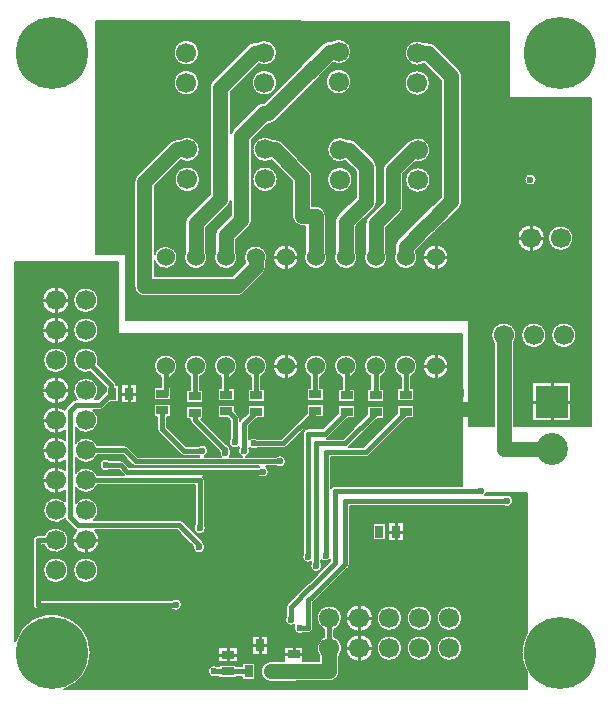
<source format=gbl>
G04 EasyPC Gerber Version 21.0.3 Build 4286 *
G04 #@! TF.Part,Single*
G04 #@! TF.FileFunction,Copper,L2,Bot *
G04 #@! TF.FilePolarity,Positive *
%FSLAX45Y45*%
%MOIN*%
G04 #@! TA.AperFunction,SMDPad*
%ADD73R,0.02559X0.03937*%
%ADD100R,0.02559X0.04134*%
G04 #@! TA.AperFunction,ComponentPad*
%ADD80R,0.10630X0.10630*%
G04 #@! TD.AperFunction*
%ADD22C,0.00500*%
%ADD25C,0.01000*%
%ADD120C,0.01500*%
G04 #@! TA.AperFunction,ViaPad*
%ADD84C,0.02362*%
G04 #@! TD.AperFunction*
%ADD88C,0.05000*%
G04 #@! TA.AperFunction,ViaPad*
%ADD87C,0.05600*%
G04 #@! TA.AperFunction,ComponentPad*
%ADD79C,0.06000*%
%ADD77C,0.06693*%
%ADD81C,0.10630*%
G04 #@! TA.AperFunction,WasherPad*
%ADD27C,0.24016*%
G04 #@! TA.AperFunction,SMDPad*
%ADD74R,0.03937X0.02559*%
X0Y0D02*
D02*
D22*
X26185Y104813D02*
Y99818D01*
G75*
G02X33490Y98945I3406J-2502*
G01*
X42375*
G75*
G02X42213Y99087I992J1293*
G01*
X40556Y100744*
X37525*
G75*
G02X34203Y102374I-1261J1630*
G01*
G75*
G02X37525Y104004I2061*
G01*
X41231*
G75*
G02X42385Y103526J-1630*
G01*
X44043Y101869*
X87285*
G75*
G02X87420Y101965I1261J-1628*
G01*
X46293*
G75*
G02X45139Y102444J1630*
G01*
X41898Y105685*
X33490*
G75*
G02X26185Y104813I-3900J1630*
G01*
G36*
Y99818*
G75*
G02X33490Y98945I3406J-2502*
G01*
X42375*
G75*
G02X42213Y99087I992J1293*
G01*
X40556Y100744*
X37525*
G75*
G02X34203Y102374I-1261J1630*
G01*
G75*
G02X37525Y104004I2061*
G01*
X41231*
G75*
G02X42385Y103526J-1630*
G01*
X44043Y101869*
X87285*
G75*
G02X87420Y101965I1261J-1628*
G01*
X46293*
G75*
G02X45139Y102444J1630*
G01*
X41898Y105685*
X33490*
G75*
G02X26185Y104813I-3900J1630*
G01*
G37*
X176785Y92975D02*
X163148D01*
G75*
G02X162598Y92252I-1875J857*
G01*
X168948*
G75*
G02X172035Y90465I1026J-1787*
G01*
G75*
G02X168948Y88678I-2061*
G01*
X117677*
Y69323*
G75*
G02X117146Y68052I-1787*
G01*
X106225Y57259*
X105472Y56506*
Y48103*
G75*
G02X103685Y46315I-1787*
G01*
X101985*
G75*
G02X99168Y49124I-1026J1787*
G01*
G75*
G02X96396Y52100I-1143J1715*
G01*
Y55239*
G75*
G02X96874Y56393I1630*
G01*
X103309Y62827*
G75*
G02X103891Y63202I1154J-1152*
G01*
X110972Y70284*
Y70780*
G75*
G02X108081Y70742I-1465J1450*
G01*
Y69986*
G75*
G02X108512Y68725I-1630J-1261*
G01*
G75*
G02X104390I-2061*
G01*
G75*
G02X104821Y69986I2061*
G01*
Y70104*
G75*
G02X101979Y72900I-1054J1770*
G01*
Y112886*
G75*
G02X103767Y114674I1787*
G01*
X108545*
X113671Y119800*
Y122290*
X119368*
Y117971*
X116898*
X110549Y111622*
G75*
G02X109930Y111219I-1264J1264*
G01*
X115313*
X123425Y119331*
Y122221*
X129122*
Y117902*
X126606*
X117226Y108522*
X122117*
X133465Y119886*
Y122369*
X139161*
Y118050*
X136683*
X124123Y105472*
G75*
G02X122857Y104947I-1265J1263*
G01*
X111295*
Y94804*
G75*
G02X112602Y95461I1307J-973*
G01*
X154915*
Y146154*
X40270*
Y170170*
X6104*
Y43850*
G75*
G02X31248Y39865I12256J-3986*
G01*
G75*
G02X22346Y27609I-12888J0*
G01*
X176785*
Y32997*
G75*
G02Y46732I10906J6868*
G01*
Y92975*
X125305Y83008D02*
X129624D01*
Y77311*
X125305*
Y83008*
X126565Y41353D02*
G75*
G02X135017I4226D01*
G01*
G75*
G02X126565I-4226*
G01*
Y51353D02*
G75*
G02X135017I4226D01*
G01*
G75*
G02X126565I-4226*
G01*
X130486Y83378D02*
X135545D01*
Y76941*
X130486*
Y83378*
X136565Y41353D02*
G75*
G02X145017I4226D01*
G01*
G75*
G02X136565I-4226*
G01*
Y51353D02*
G75*
G02X145017I4226D01*
G01*
G75*
G02X136565I-4226*
G01*
X146565Y41353D02*
G75*
G02X155017I4226D01*
G01*
G75*
G02X146565I-4226*
G01*
Y51353D02*
G75*
G02X155017I4226D01*
G01*
G75*
G02X146565I-4226*
G01*
X106565D02*
G75*
G02X115017I4226D01*
G01*
G75*
G02X112421Y47454I-4226*
G01*
Y45253*
G75*
G02X114171Y38816I-1630J-3900*
G01*
Y33713*
G75*
G02X110791Y30333I-3380*
G01*
X100235*
G75*
G02X98843Y30048I-1392J3252*
G01*
X91480*
G75*
G02X89524Y30638J3537*
G01*
X89321*
Y30783*
G75*
G02Y36387I2160J2802*
G01*
Y36532*
X89524*
G75*
G02X91480Y37122I1957J-2947*
G01*
X95624*
Y41794*
X102061*
Y37093*
X107411*
Y38816*
G75*
G02X109161Y45253I3380J2537*
G01*
Y47454*
G75*
G02X106565Y51353I1630J3900*
G01*
X116194Y41353D02*
G75*
G02X125387I4596D01*
G01*
G75*
G02X116194I-4596*
G01*
Y51353D02*
G75*
G02X125387I4596D01*
G01*
G75*
G02X116194I-4596*
G01*
X41467Y129459D02*
X46526D01*
Y123022*
X41467*
Y129459*
X103199Y122654D02*
X108896D01*
Y118335*
X106459*
X96552Y108428*
G75*
G02X95398Y107949I-1154J1151*
G01*
X86824*
G75*
G02X84131Y108096I-1261J1630*
G01*
G75*
G02X83072Y105225I-1825J-958*
G01*
X93026*
G75*
G02X96348Y103595I1261J-1630*
G01*
G75*
G02X93026Y101965I-2061*
G01*
X89672*
G75*
G02X90607Y100239I-1126J-1726*
G01*
G75*
G02X87285Y98609I-2061*
G01*
X68571*
G75*
G02X69209Y97315I-992J-1293*
G01*
Y82585*
G75*
G02X69640Y81323I-1630J-1261*
G01*
G75*
G02X65518I-2061*
G01*
G75*
G02X65949Y82585I2061*
G01*
Y95685*
X33490*
G75*
G02X26185Y94813I-3900J1630*
G01*
Y89818*
G75*
G02X33817Y87315I3406J-2502*
G01*
G75*
G02X32437Y84191I-4226*
G01*
X60660*
G75*
G02X61927Y83668I3J-1787*
G01*
X65518Y80077*
G75*
G02X65525Y80070I-1040J-1047*
G01*
X68590Y76986*
G75*
G02X69081Y76055I-1266J-1263*
G01*
G75*
G02X69386Y74975I-1756J-1079*
G01*
G75*
G02X65262I-2062*
G01*
G75*
G02X65280Y75245I2063J0*
G01*
X62990Y77550*
X59923Y80617*
X32789*
G75*
G02X29591Y72719I-3198J-3301*
G01*
G75*
G02X26457Y80678J4596*
G01*
G75*
G02X25656Y81142I465J1726*
G01*
X23135Y83662*
G75*
G02X22680Y84431I1262J1266*
G01*
G75*
G02X15364Y87315I-3090J2884*
G01*
G75*
G02X22610Y90273I4226*
G01*
Y93850*
G75*
G02X14994Y97315I-3019J3466*
G01*
G75*
G02X22610Y100781I4596*
G01*
Y103850*
G75*
G02X14994Y107315I-3019J3466*
G01*
G75*
G02X22610Y110781I4596*
G01*
Y113850*
G75*
G02X14994Y117315I-3019J3466*
G01*
G75*
G02X22624Y120769I4596*
G01*
G75*
G02X23133Y121809I1773J-224*
G01*
X25130Y123806*
G75*
G02X26397Y124329I1264J-1264*
G01*
X26600*
G75*
G02X29591Y131542I2991J2986*
G01*
G75*
G02X32581Y124329J-4226*
G01*
X33635*
X36238Y126932*
Y128219*
X31092Y133365*
G75*
G02X25364Y137315I-1502J3951*
G01*
G75*
G02X33817I4226*
G01*
G75*
G02X33583Y135929I-4227J0*
G01*
X39289Y130223*
G75*
G02X39808Y129089I-1264J-1264*
G01*
X40604*
Y123392*
X37754*
X35642Y121280*
G75*
G02X34376Y120754I-1266J1262*
G01*
X32047*
G75*
G02X29591Y113089I-2457J-3439*
G01*
G75*
G02X26185Y114813J4226*
G01*
Y109818*
G75*
G02X33490Y108945I3406J-2503*
G01*
X42573*
G75*
G02X43727Y108467J-1630*
G01*
X46969Y105225*
X67483*
G75*
G02X67079Y105469I858J1874*
G01*
X62233*
G75*
G02X61079Y105948J1630*
G01*
X53872Y113154*
G75*
G02X53394Y114308I1151J1154*
G01*
Y118522*
X52175*
Y122841*
X57872*
Y118522*
X56654*
Y114983*
X62908Y108729*
X67079*
G75*
G02X70402Y107099I1261J-1630*
G01*
G75*
G02X69198Y105225I-2061*
G01*
X74548*
G75*
G02X74114Y107071I1565J1342*
G01*
X64837Y116348*
G75*
G02X64358Y117502I1151J1154*
G01*
Y117636*
X63140*
Y121955*
X68837*
Y117636*
X68159*
X76392Y109403*
G75*
G02X77742Y107832I-280J-1606*
G01*
G75*
G02X77678Y105225I-1628J-1265*
G01*
X81540*
G75*
G02X80519Y108164I766J1913*
G01*
Y108319*
G75*
G02X77633Y111215I-1256J1635*
G01*
Y117270*
X76755Y118148*
X73563*
Y122467*
X79260*
Y120254*
X80414Y119099*
G75*
G02X80893Y117945I-1151J-1154*
G01*
Y117229*
G75*
G02X81042Y117398I1414J-1096*
G01*
X83514Y119870*
Y122300*
X89211*
Y117981*
X86680*
X84093Y115394*
Y111025*
G75*
G02X86824Y111209I1469J-1446*
G01*
X94722*
X103199Y119685*
Y122654*
X81762Y36532D02*
X86081D01*
Y30638*
X81762*
Y31798*
X79821*
Y31455*
X74124*
Y31850*
X73422*
G75*
G02X70335Y33637I-1026J1787*
G01*
G75*
G02X73422Y35424I2061*
G01*
X74124*
Y35774*
X79821*
Y35372*
X81762*
Y36532*
X73754Y41695D02*
X80191D01*
Y36636*
X73754*
Y41695*
X85171Y45563D02*
X90230D01*
Y38930*
X85171*
Y45563*
X25364Y67315D02*
G75*
G02X33817I4226D01*
G01*
G75*
G02X25364I-4226*
G01*
X52325Y135317D02*
G75*
G02X60085I3880D01*
G01*
G75*
G02X57835Y131796I-3880*
G01*
Y128392*
X57872*
Y124073*
X52175*
Y128392*
X54575*
Y131796*
G75*
G02X52325Y135317I1630J3521*
G01*
X62325D02*
G75*
G02X70085I3880D01*
G01*
G75*
G02X67618Y131704I-3880*
G01*
Y127506*
X68837*
Y123187*
X63140*
Y127506*
X64358*
Y131905*
G75*
G02X62325Y135317I1846J3412*
G01*
X72325D02*
G75*
G02X80085I3880D01*
G01*
G75*
G02X77835Y131796I-3880*
G01*
Y128018*
X79260*
Y123699*
X73563*
Y128018*
X74575*
Y131796*
G75*
G02X72325Y135317I1630J3521*
G01*
X82325D02*
G75*
G02X90085I3880D01*
G01*
G75*
G02X88150Y131960I-3880*
G01*
Y127851*
X89211*
Y123532*
X83514*
Y127851*
X84575*
Y131796*
G75*
G02X82325Y135317I1630J3521*
G01*
X91955D02*
G75*
G02X100455I4250D01*
G01*
G75*
G02X91955I-4250*
G01*
X102325D02*
G75*
G02X110085I3880D01*
G01*
G75*
G02X107835Y131796I-3880*
G01*
Y128205*
X108896*
Y123886*
X103199*
Y128205*
X104260*
Y131960*
G75*
G02X102325Y135317I1945J3357*
G01*
X112325D02*
G75*
G02X120085I3880D01*
G01*
G75*
G02X118150Y131960I-3880*
G01*
Y127841*
X119368*
Y123522*
X113671*
Y127841*
X114890*
Y131667*
G75*
G02X112325Y135317I1315J3650*
G01*
X122325D02*
G75*
G02X130085I3880D01*
G01*
G75*
G02X128061Y131910I-3880*
G01*
Y127772*
X129122*
Y123453*
X123425*
Y127772*
X124486*
Y131839*
G75*
G02X122325Y135317I1719J3479*
G01*
X132325D02*
G75*
G02X140085I3880D01*
G01*
G75*
G02X138100Y131932I-3880*
G01*
Y127920*
X139161*
Y123601*
X133465*
Y127920*
X134526*
Y131820*
G75*
G02X132325Y135317I1679J3498*
G01*
X141955D02*
G75*
G02X150455I4250D01*
G01*
G75*
G02X141955I-4250*
G01*
X58309Y57508D02*
G75*
G02X61632Y55878I1261J-1630D01*
G01*
G75*
G02X58309Y54248I-2061*
G01*
X13508*
G75*
G02X11878Y55878J1630*
G01*
Y77315*
G75*
G02X13508Y78945I1630*
G01*
X15691*
G75*
G02X23817Y77315I3900J-1630*
G01*
G75*
G02X15691Y75685I-4226*
G01*
X15138*
Y57508*
X58309*
X15364Y67315D02*
G75*
G02X23817I4226D01*
G01*
G75*
G02X15364I-4226*
G01*
X14994Y127315D02*
G75*
G02X24187I4596D01*
G01*
G75*
G02X14994I-4596*
G01*
Y147315D02*
G75*
G02X24187I4596D01*
G01*
G75*
G02X14994I-4596*
G01*
X15364Y137315D02*
G75*
G02X23817I4226D01*
G01*
G75*
G02X15364I-4226*
G01*
X14994Y157315D02*
G75*
G02X24187I4596D01*
G01*
G75*
G02X14994I-4596*
G01*
X25364Y147315D02*
G75*
G02X33817I4226D01*
G01*
G75*
G02X25364I-4226*
G01*
Y157315D02*
G75*
G02X33817I4226D01*
G01*
G75*
G02X25364I-4226*
G01*
X176437Y33585D02*
G36*
X114169D01*
G75*
G02X110791Y30333I-3378J128*
G01*
X100235*
G75*
G02X98843Y30048I-1392J3249*
G01*
X91480*
G75*
G02X89524Y30638I-1J3535*
G01*
X89321*
Y30783*
G75*
G02X87943Y33585I2159J2802*
G01*
X86081*
Y30638*
X81762*
Y31798*
X79821*
Y31455*
X74124*
Y31850*
X73422*
G75*
G02X70335Y33585I-1026J1787*
G01*
X29615*
G75*
G02X23046Y27859I-11254J6280*
G01*
X176535*
Y33411*
G75*
G02X176437Y33585I11153J6448*
G01*
G37*
X174889Y41353D02*
G36*
X155017D01*
G75*
G02X146565I-4226*
G01*
X145017*
G75*
G02X136565I-4226*
G01*
X135017*
G75*
G02X126565I-4226*
G01*
X125387*
G75*
G02X116194I-4596*
G01*
X115017*
G75*
G02X114171Y38816I-4226*
G01*
Y33713*
G75*
G02X114169Y33585I-3381J-2*
G01*
X176437*
G75*
G02X174803Y39865I11255J6280*
G01*
G75*
G02X174889Y41353I12889J0*
G01*
G37*
X87943Y33585D02*
G36*
Y33585D01*
G75*
G02X89321Y36387I3537*
G01*
Y36532*
X89524*
G75*
G02X91480Y37122I1956J-2944*
G01*
X95624*
Y41353*
X90230*
Y38930*
X85171*
Y41353*
X80191*
Y36636*
X73754*
Y41353*
X31162*
G75*
G02X31248Y39865I-12803J-1488*
G01*
G75*
G02X29615Y33585I-12888J0*
G01*
X70335*
G75*
G02X70335Y33637I2061J57*
G01*
G75*
G02X73422Y35424I2061J0*
G01*
X74124*
Y35774*
X79821*
Y35372*
X81762*
Y36532*
X86081*
Y33585*
X87943*
G37*
X106565Y41353D02*
G36*
X102061D01*
Y37093*
X107411*
Y38816*
G75*
G02X106565Y41353I3380J2537*
G01*
G37*
X12520Y51353D02*
G36*
X6354D01*
Y44550*
G75*
G02X12520Y51353I12006J-4686*
G01*
G37*
X106565Y41353D02*
G36*
G75*
G02X109161Y45253I4226D01*
G01*
Y47454*
G75*
G02X106565Y51353I1631J3900*
G01*
X105472*
Y48103*
G75*
G02X103685Y46315I-1787*
G01*
X101985*
G75*
G02X98898Y48103I-1026J1787*
G01*
G75*
G02X99168Y49124I2061*
G01*
G75*
G02X95965Y50839I-1143J1715*
G01*
G75*
G02X96030Y51353I2061J1*
G01*
X24200*
G75*
G02X31162Y41353I-5840J-11489*
G01*
X73754*
Y41695*
X80191*
Y41353*
X85171*
Y45563*
X90230*
Y41353*
X95624*
Y41794*
X102061*
Y41353*
X106565*
G37*
X176535Y46318D02*
G36*
Y51353D01*
X155017*
G75*
G02X146565I-4226*
G01*
X145017*
G75*
G02X136565I-4226*
G01*
X135017*
G75*
G02X126565I-4226*
G01*
X125387*
G75*
G02X116194I-4596*
G01*
X115017*
G75*
G02Y51352I-5013J0*
G01*
G75*
G02X112421Y47454I-4226*
G01*
Y45253*
G75*
G02X115017Y41353I-1630J-3900*
G01*
X116194*
G75*
G02X125387I4596*
G01*
X126565*
G75*
G02X135017I4226*
G01*
X136565*
G75*
G02X145017I4226*
G01*
X146565*
G75*
G02X155017I4226*
G01*
X174889*
G75*
G02X176535Y46318I12802J-1489*
G01*
G37*
X108004Y67315D02*
G36*
X107955D01*
G75*
G02X104947I-1504J1409*
G01*
X33817*
G75*
G02X25364I-4226*
G01*
X23817*
G75*
G02X15364I-4226*
G01*
X15138*
Y57508*
X58309*
G75*
G02X61632Y55878I1261J-1630*
G01*
G75*
G02X58309Y54248I-2061*
G01*
X13508*
G75*
G02X11878Y55878J1630*
G01*
Y67315*
X6354*
Y51353*
X12520*
G75*
G02X24200I5840J-11489*
G01*
X96030*
G75*
G02X96396Y52100I1996J-515*
G01*
Y55239*
Y55239*
G75*
G02X96874Y56393I1629*
G01*
X103309Y62827*
G75*
G02X103891Y63202I1154J-1151*
G01*
X108004Y67315*
G37*
X116401D02*
G36*
X106225Y57259D01*
X105472Y56506*
Y51353*
X106565*
G75*
G02X115017I4226*
G01*
X116194*
G75*
G02X125387I4596*
G01*
X126565*
G75*
G02X135017I4226*
G01*
X136565*
G75*
G02X145017I4226*
G01*
X146565*
G75*
G02X155017I4226*
G01*
X176535*
Y67315*
X116401*
G37*
X16465Y80160D02*
G36*
X6354D01*
Y67315*
X11878*
Y77315*
G75*
G02X13508Y78945I1630*
G01*
X15691*
G75*
G02X16465Y80160I3900J-1630*
G01*
G37*
X101979D02*
G36*
X69280D01*
G75*
G02X65878I-1701J1163*
G01*
X65435*
X65518Y80077*
X65525Y80070*
X68590Y76986*
G75*
G02X69081Y76055I-1271J-1265*
G01*
G75*
G02X69386Y74977I-1752J-1078*
G01*
G75*
G02Y74975I-2148J-1*
G01*
G75*
G02X65262I-2062*
G01*
G75*
G02Y74978I1961J2*
G01*
G75*
G02X65280Y75245I2019*
G01*
X62990Y77550*
X60380Y80160*
X33201*
G75*
G02X34187Y77315I-3611J-2844*
G01*
G75*
G02X29591Y72719I-4596*
G01*
G75*
G02X24994Y77315J4596*
G01*
G75*
G02X25980Y80160I4597*
G01*
X22717*
G75*
G02X23817Y77316I-3126J-2844*
G01*
Y77315*
Y77315*
G75*
G02X15691Y75685I-4226*
G01*
X15138*
Y67315*
X15364*
G75*
G02X23817I4226*
G01*
X25364*
G75*
G02X33817I4226*
G01*
X104947*
G75*
G02X104390Y68725I1504J1409*
G01*
G75*
G02Y68726I2374J0*
G01*
G75*
G02X104821Y69986I2059*
G01*
Y70104*
G75*
G02X101706Y71874I-1054J1771*
G01*
G75*
G02X101979Y72900I2061*
G01*
Y80160*
G37*
X108004Y67315D02*
G36*
X110972Y70284D01*
Y70780*
G75*
G02X108081Y70742I-1465J1450*
G01*
Y69986*
G75*
G02X108512Y68726I-1628J-1261*
G01*
G75*
G02Y68725I-2374J0*
G01*
G75*
G02X107955Y67315I-2061J0*
G01*
X108004*
G37*
X135545Y80160D02*
G36*
Y76941D01*
X130486*
Y80160*
X129624*
Y77311*
X125305*
Y80160*
X117677*
Y69323*
G75*
G02X117146Y68052I-1787*
G01*
X116401Y67315*
X176535*
Y80160*
X135545*
G37*
X25503Y126241D02*
G36*
X24059D01*
G75*
G02X15122I-4469J1075*
G01*
X6354*
Y80160*
X16465*
G75*
G02X22717I3126J-2844*
G01*
X25980*
G75*
G02X26457Y80678I3611J-2844*
G01*
G75*
G02X25656Y81142I463J1723*
G01*
X23135Y83662*
G75*
G02X22680Y84431I1265J1268*
G01*
G75*
G02X15364Y87315I-3090J2884*
G01*
G75*
G02X22610Y90273I4226*
G01*
Y93850*
G75*
G02X14994Y97315I-3019J3466*
G01*
G75*
G02X22610Y100781I4596*
G01*
Y103850*
G75*
G02X14994Y107315I-3019J3466*
G01*
G75*
G02X22610Y110781I4596*
G01*
Y113850*
G75*
G02X14994Y117315I-3019J3466*
G01*
G75*
G02X22624Y120769I4597J0*
G01*
G75*
G02X23133Y121809I1772J-224*
G01*
X25130Y123806*
G75*
G02X26397Y124329I1263J-1262*
G01*
X26600*
G75*
G02X25503Y126241I2991J2986*
G01*
G37*
X176535Y92975D02*
G36*
X163148D01*
G75*
G02X162598Y92252I-1876J857*
G01*
X168948*
G75*
G02X172035Y90465I1026J-1788*
G01*
G75*
G02X168948Y88678I-2061J0*
G01*
X117677*
Y80160*
X125305*
Y83008*
X129624*
Y80160*
X130486*
Y83378*
X135545*
Y80160*
X176535*
Y92975*
G37*
X35547Y126241D02*
G36*
X33678D01*
G75*
G02X32581Y124329I-4088J1075*
G01*
X33635*
X35547Y126241*
G37*
X60380Y80160D02*
G36*
X59923Y80617D01*
X32789*
G75*
G02X33201Y80160I-3199J-3302*
G01*
X60380*
G37*
X65878D02*
G36*
G75*
G02X65518Y81323I1701J1163D01*
G01*
G75*
G02Y81324I2374J0*
G01*
G75*
G02X65949Y82585I2059*
G01*
Y95685*
X33490*
G75*
G02X26185Y94813I-3900J1630*
G01*
Y89818*
G75*
G02X33817Y87315I3406J-2502*
G01*
Y87315*
G75*
G02X32437Y84191I-4226*
G01*
X60660*
G75*
G02X61927Y83668I4J-1786*
G01*
X65435Y80160*
X65878*
G37*
X154915Y126241D02*
G36*
X139161D01*
Y123601*
X133465*
Y126241*
X129122*
Y123453*
X123425*
Y126241*
X119368*
Y123522*
X113671*
Y126241*
X108896*
Y123886*
X103199*
Y126241*
X89211*
Y123532*
X83514*
Y126241*
X79260*
Y123699*
X73563*
Y126241*
X68837*
Y123187*
X63140*
Y126241*
X57872*
Y124073*
X52175*
Y126241*
X46526*
Y123022*
X41467*
Y126241*
X40604*
Y123392*
X37754*
X35642Y121280*
G75*
G02X34376Y120754I-1266J1262*
G01*
X32047*
G75*
G02X33817Y117315I-2457J-3439*
G01*
G75*
G02X29591Y113089I-4226*
G01*
G75*
G02X26185Y114813J4226*
G01*
Y109818*
G75*
G02X33490Y108945I3406J-2503*
G01*
X42573*
G75*
G02X43727Y108467I0J-1629*
G01*
X46969Y105225*
X67483*
G75*
G02X67079Y105469I874J1900*
G01*
X62233*
G75*
G02X61079Y105948I0J1629*
G01*
X53872Y113154*
G75*
G02X53394Y114308I1150J1154*
G01*
Y114308*
Y118522*
X52175*
Y122841*
X57872*
Y118522*
X56654*
Y114983*
X62908Y108729*
X67079*
G75*
G02X70402Y107099I1261J-1630*
G01*
G75*
G02X69198Y105225I-2062J0*
G01*
X74548*
G75*
G02X74052Y106567I1565J1342*
G01*
G75*
G02X74114Y107071I2063*
G01*
X64837Y116348*
G75*
G02X64358Y117502I1150J1154*
G01*
Y117502*
Y117636*
X63140*
Y121955*
X68837*
Y117636*
X68159*
X76392Y109403*
G75*
G02X77742Y107832I-280J-1606*
G01*
G75*
G02X78175Y106567I-1629J-1265*
G01*
G75*
G02X77678Y105225I-2063*
G01*
X81540*
G75*
G02X80245Y107138I766J1913*
G01*
G75*
G02X80519Y108164I2061*
G01*
Y108319*
G75*
G02X77202Y109953I-1256J1635*
G01*
G75*
G02X77633Y111215I2061*
G01*
Y117270*
X76755Y118148*
X73563*
Y122467*
X79260*
Y120254*
X80414Y119099*
G75*
G02X80893Y117946I-1150J-1154*
G01*
Y117945*
Y117229*
G75*
G02X81042Y117398I1445J-1123*
G01*
X83514Y119870*
Y122300*
X89211*
Y117981*
X86680*
X84093Y115394*
Y111025*
G75*
G02X86824Y111209I1469J-1446*
G01*
X94722*
X103199Y119685*
Y122654*
X108896*
Y118335*
X106459*
X96552Y108428*
G75*
G02X95398Y107949I-1154J1150*
G01*
X86824*
G75*
G02X84131Y108096I-1261J1630*
G01*
G75*
G02X84367Y107138I-1825J-958*
G01*
G75*
G02X83072Y105225I-2061*
G01*
X93026*
G75*
G02X96348Y103595I1261J-1630*
G01*
G75*
G02X93026Y101965I-2061*
G01*
X89672*
G75*
G02X90607Y100239I-1127J-1727*
G01*
G75*
G02X87285Y98609I-2061*
G01*
X68571*
G75*
G02X69209Y97315I-993J-1294*
G01*
Y82585*
G75*
G02X69640Y81324I-1628J-1261*
G01*
G75*
G02Y81323I-2374J0*
G01*
G75*
G02X69280Y80160I-2061*
G01*
X101979*
Y112886*
G75*
G02X103767Y114674I1787*
G01*
X108545*
X113671Y119800*
Y122290*
X119368*
Y117971*
X116898*
X110549Y111622*
G75*
G02X109930Y111219I-1260J1257*
G01*
X115313*
X123425Y119331*
Y122221*
X129122*
Y117902*
X126606*
X117226Y108522*
X122117*
X133465Y119886*
Y122369*
X139161*
Y118050*
X136683*
X124123Y105472*
G75*
G02X122857Y104947I-1264J1262*
G01*
X111295*
Y94804*
G75*
G02X112602Y95461I1307J-972*
G01*
X154915*
Y126241*
G37*
X35547D02*
G36*
X36238Y126932D01*
Y128219*
X31092Y133365*
G75*
G02X25866Y135317I-1502J3951*
G01*
X23315*
G75*
G02X15866I-3724J1998*
G01*
X6354*
Y126241*
X15122*
G75*
G02X14994Y127315I4469J1075*
G01*
G75*
G02X24187I4596*
G01*
G75*
G02X24059Y126241I-4597J0*
G01*
X25503*
G75*
G02X25364Y127315I4088J1075*
G01*
G75*
G02X29591Y131542I4226*
G01*
G75*
G02X33817Y127315J-4226*
G01*
G75*
G02X33678Y126241I-4227J0*
G01*
X35547*
G37*
X52325Y135317D02*
G36*
X34195D01*
X39289Y130223*
G75*
G02X39808Y129089I-1265J-1264*
G01*
X40604*
Y126241*
X41467*
Y129459*
X46526*
Y126241*
X52175*
Y128392*
X54575*
Y131796*
G75*
G02X52325Y135317I1630J3521*
G01*
G37*
X62325D02*
G36*
X60085D01*
G75*
G02X57835Y131796I-3881J1*
G01*
Y128392*
X57872*
Y126241*
X63140*
Y127506*
X64358*
Y131905*
G75*
G02X62325Y135317I1845J3412*
G01*
Y135317*
G37*
X72325D02*
G36*
X70085D01*
G75*
G02X67618Y131704I-3881J1*
G01*
Y127506*
X68837*
Y126241*
X73563*
Y128018*
X74575*
Y131796*
G75*
G02X72325Y135317I1630J3521*
G01*
G37*
X82325D02*
G36*
X80085D01*
G75*
G02X77835Y131796I-3881J1*
G01*
Y128018*
X79260*
Y126241*
X83514*
Y127851*
X84575*
Y131796*
G75*
G02X82325Y135317I1630J3521*
G01*
G37*
X102325D02*
G36*
X100455D01*
G75*
G02X91955I-4250*
G01*
X90085*
G75*
G02X88150Y131960I-3880J0*
G01*
Y127851*
X89211*
Y126241*
X103199*
Y128205*
X104260*
Y131960*
G75*
G02X102325Y135317I1945J3357*
G01*
G37*
X112325D02*
G36*
X110085D01*
G75*
G02X107835Y131796I-3881J1*
G01*
Y128205*
X108896*
Y126241*
X113671*
Y127841*
X114890*
Y131667*
G75*
G02X112325Y135317I1316J3651*
G01*
G37*
X122325D02*
G36*
X120085D01*
G75*
G02X118150Y131960I-3880J0*
G01*
Y127841*
X119368*
Y126241*
X123425*
Y127772*
X124486*
Y131839*
G75*
G02X122325Y135317I1719J3479*
G01*
G37*
X132325D02*
G36*
X130085D01*
G75*
G02X128061Y131910I-3880*
G01*
Y127772*
X129122*
Y126241*
X133465*
Y127920*
X134526*
Y131820*
G75*
G02X132325Y135317I1680J3498*
G01*
G37*
X154915D02*
G36*
X150455D01*
G75*
G02X141955I-4250*
G01*
X140085*
G75*
G02X138100Y131932I-3880*
G01*
Y127920*
X139161*
Y126241*
X154915*
Y135317*
G37*
X140085D02*
G36*
X141955D01*
G75*
G02X150455I4250*
G01*
X154915*
Y146154*
X40270*
Y147315*
X33817*
G75*
G02X25364I-4226*
G01*
X24187*
G75*
G02X14994I-4596*
G01*
X6354*
Y135317*
X15866*
G75*
G02X15364Y137315I3724J1998*
G01*
G75*
G02X23817I4226*
G01*
G75*
G02X23315Y135317I-4226J0*
G01*
X25866*
G75*
G02X25364Y137315I3724J1998*
G01*
G75*
G02X33817I4226*
G01*
G75*
G02X33583Y135929I-4240J2*
G01*
X34195Y135317*
X52325*
G75*
G02X60085I3880*
G01*
X62325*
G75*
G02X70085I3880*
G01*
X72325*
G75*
G02X80085I3880*
G01*
X82325*
G75*
G02X90085I3880*
G01*
X91955*
G75*
G02X100455I4250*
G01*
X102325*
G75*
G02X110085I3880*
G01*
X112325*
G75*
G02X120085I3880*
G01*
X122325*
G75*
G02X130085I3880*
G01*
X132325*
G75*
G02X140085I3880*
G01*
G37*
X40270Y157315D02*
G36*
X33817D01*
G75*
G02X25364I-4226*
G01*
X24187*
G75*
G02X14994I-4596*
G01*
X6354*
Y147315*
X14994*
G75*
G02X24187I4596*
G01*
X25364*
G75*
G02X33817I4226*
G01*
X40270*
Y157315*
G37*
Y169920D02*
G36*
X6354D01*
Y157315*
X14994*
G75*
G02X24187I4596*
G01*
X25364*
G75*
G02X33817I4226*
G01*
X40270*
Y169920*
G37*
X198085Y224766D02*
X170634D01*
Y250219*
X32839Y250504*
Y172739*
X42848*
Y150731*
X157199*
Y115504*
X165551*
Y143085*
G75*
G02X164705Y145622I3380J2537*
G01*
G75*
G02X173157I4226*
G01*
G75*
G02X172311Y143085I-4226*
G01*
Y115504*
X198085*
Y224766*
X173449Y178024D02*
G75*
G02X182642I4596D01*
G01*
G75*
G02X173449I-4596*
G01*
X174705Y145622D02*
G75*
G02X183157I4226D01*
G01*
G75*
G02X174705I-4226*
G01*
X178341Y130061D02*
X191470D01*
Y116931*
X178341*
Y130061*
X175748Y197542D02*
G75*
G02X179870I2061D01*
G01*
G75*
G02X175748I-2061*
G01*
X183661Y178024D02*
G75*
G02X192114I4226D01*
G01*
G75*
G02X183661I-4226*
G01*
X184705Y145622D02*
G75*
G02X193157I4226D01*
G01*
G75*
G02X184705I-4226*
G01*
X82325Y171617D02*
G75*
G02X90085I3880D01*
G01*
G75*
G02X89585Y169711I-3880*
G01*
Y168359*
G75*
G02X88593Y165967I-3380*
G01*
X82258Y159632*
G75*
G02X79866Y158640I-2392J2388*
G01*
X49138*
G75*
G02X45758Y162020J3380*
G01*
Y196754*
G75*
G02X46750Y199146I3380*
G01*
X57592Y209989*
G75*
G02X59984Y210980I2392J-2388*
G01*
X60892*
G75*
G02X67656Y207600I2537J-3380*
G01*
G75*
G02X61183Y204020I-4226*
G01*
X52518Y195354*
Y172825*
G75*
G02X60085Y171617I3687J-1208*
G01*
G75*
G02X52518Y170408I-3880*
G01*
Y165400*
X78466*
X82808Y169742*
G75*
G02X82325Y171617I3397J1875*
G01*
X59203Y197600D02*
G75*
G02X67656I4226D01*
G01*
G75*
G02X59203I-4226*
G01*
X111549Y243763D02*
G75*
G02X118089Y240226I2313J-3537D01*
G01*
G75*
G02X112089Y236389I-4226J0*
G01*
X101683Y225862*
G75*
G02X101665Y225843I-2800J2723*
G01*
X92951Y217130*
G75*
G02X90447Y216091I-2504J2498*
G01*
X90347*
X84978Y210722*
Y184180*
G75*
G02Y184177I-1420J-2*
G01*
G75*
G02Y184176I-1471J0*
G01*
G75*
G02X83942Y181674I-3537J0*
G01*
X79742Y177474*
Y173211*
G75*
G02X80085Y171617I-3538J-1594*
G01*
G75*
G02X72325I-3880*
G01*
G75*
G02X72667Y173211I3880*
G01*
Y179176*
G75*
G02X74581Y182319I3537*
G01*
X77904Y185641*
Y190450*
G75*
G02X76929Y188667I-3461J733*
G01*
X69742Y181557*
Y173211*
G75*
G02X70085Y171617I-3538J-1594*
G01*
G75*
G02X62325I-3880*
G01*
G75*
G02X62667Y173211I3880*
G01*
Y183034*
G75*
G02X63719Y185550I3537J0*
G01*
X70906Y192660*
Y228211*
G75*
G02X71944Y230715I3537*
G01*
X83579Y242350*
G75*
G02X86083Y243389I2504J-2498*
G01*
X86843*
G75*
G02X93382Y239851I2313J-3537*
G01*
G75*
G02X87292Y236058I-4226*
G01*
X77980Y226746*
Y212920*
G75*
G02X78943Y214692I3461J-733*
G01*
X86378Y222127*
G75*
G02X88882Y223166I2504J-2498*
G01*
X88981*
X96658Y230842*
X108391Y242712*
G75*
G02X110910Y243763I2516J-2487*
G01*
X111549*
X84929Y229851D02*
G75*
G02X93382I4226D01*
G01*
G75*
G02X84929I-4226*
G01*
X109636Y230226D02*
G75*
G02X118089I4226D01*
G01*
G75*
G02X109636I-4226*
G01*
X110030Y197519D02*
G75*
G02X118482I4226D01*
G01*
G75*
G02X110030I-4226*
G01*
X125544Y204249D02*
G75*
G02X126583Y201744I-2498J-2504D01*
G01*
Y190180*
G75*
G02X125525Y187657I-3537*
G01*
X119742Y181974*
Y173211*
G75*
G02X120085Y171617I-3538J-1594*
G01*
G75*
G02X112325I-3880*
G01*
G75*
G02X112667Y173211I3880*
G01*
Y183457*
G75*
G02X113725Y185980I3537*
G01*
X119508Y191663*
Y200279*
X116080Y203707*
G75*
G02X110030Y207519I-1824J3812*
G01*
G75*
G02X116569Y211056I4227J0*
G01*
X117271*
G75*
G02X119775Y210017J-3537*
G01*
X125544Y204249*
X137436Y210539D02*
G75*
G02X144486Y207394I2824J-3144D01*
G01*
G75*
G02X139332Y203271I-4226*
G01*
X135421Y199360*
Y188605*
G75*
G02X134430Y186213I-3380*
G01*
X129585Y181368*
Y173522*
G75*
G02X130085Y171617I-3380J-1905*
G01*
G75*
G02X122325I-3880*
G01*
G75*
G02X122825Y173522I3880*
G01*
Y183034*
G75*
G02X124733Y186077I3380*
G01*
X128661Y190005*
Y200760*
G75*
G02X129653Y203152I3380*
G01*
X136283Y209782*
G75*
G02X137436Y210539I2392J-2389*
G01*
X136033Y197394D02*
G75*
G02X144486I4226D01*
G01*
G75*
G02X136033I-4226*
G01*
X153989Y234426D02*
G75*
G02X155028Y231922I-2498J-2504D01*
G01*
Y190327*
G75*
G02X153968Y187803I-3537*
G01*
X145968Y179950*
X139742Y173724*
Y173211*
G75*
G02X140085Y171617I-3538J-1594*
G01*
G75*
G02X132325I-3880*
G01*
G75*
G02X132667Y173211I3880*
G01*
Y175189*
G75*
G02X133706Y177694I3537*
G01*
X140974Y184961*
G75*
G02X141000Y184987I2426J-2437*
G01*
X147953Y191812*
Y230456*
X142285Y236124*
G75*
G02X135849Y239726I-2210J3602*
G01*
G75*
G02X142388Y243264I4227J0*
G01*
X143685*
G75*
G02X146190Y242225J-3537*
G01*
X153989Y234426*
X141955Y171617D02*
G75*
G02X150455I4250D01*
G01*
G75*
G02X141955I-4250*
G01*
X85108Y197644D02*
G75*
G02X93561I4226D01*
G01*
G75*
G02X85108I-4226*
G01*
X91955Y171617D02*
G75*
G02X100455I4250D01*
G01*
G75*
G02X91955I-4250*
G01*
X109585Y173522D02*
G75*
G02X110085Y171617I-3380J-1905D01*
G01*
G75*
G02X102325I-3880*
G01*
G75*
G02X102825Y173522I3880*
G01*
Y182085*
X101736*
G75*
G02X98356Y185465J3380*
G01*
Y197077*
X91449Y203984*
G75*
G02X85108Y207644I-2114J3659*
G01*
G75*
G02X91872Y211024I4226*
G01*
X92569*
G75*
G02X94961Y210032J-3380*
G01*
X104124Y200869*
G75*
G02X105116Y198477I-2388J-2392*
G01*
Y188845*
X106205*
G75*
G02X109585Y185465J-3380*
G01*
Y173522*
X58907Y229851D02*
G75*
G02X67360I4226D01*
G01*
G75*
G02X58907I-4226*
G01*
Y239851D02*
G75*
G02X67360I4226D01*
G01*
G75*
G02X58907I-4226*
G01*
X135849Y229726D02*
G75*
G02X144302I4226D01*
G01*
G75*
G02X135849I-4226*
G01*
X165551Y123496D02*
G36*
X157199D01*
Y115754*
X165551*
Y123496*
G37*
X191470D02*
G36*
Y116931D01*
X178341*
Y123496*
X172311*
Y115754*
X197835*
Y123496*
X191470*
G37*
X164705Y145622D02*
G36*
X157199D01*
Y123496*
X165551*
Y143085*
G75*
G02X164705Y145622I3382J2538*
G01*
G37*
X173157D02*
G36*
G75*
G02X172311Y143085I-4229J1D01*
G01*
Y123496*
X178341*
Y130061*
X191470*
Y123496*
X197835*
Y145622*
X193157*
G75*
G02X184705I-4226*
G01*
X183157*
G75*
G02X174705I-4226*
G01*
X173157*
G37*
X82325Y171617D02*
G36*
X80085D01*
G75*
G02X72325I-3880*
G01*
X70085*
G75*
G02X62325I-3880*
G01*
X60085*
G75*
G02X52518Y170408I-3880*
G01*
Y165400*
X78466*
X82808Y169742*
G75*
G02X82325Y171617I3400J1876*
G01*
G37*
X173157Y145622D02*
G36*
X174705D01*
G75*
G02X183157I4226*
G01*
X184705*
G75*
G02X193157I4226*
G01*
X197835*
Y171617*
X150455*
G75*
G02X141955I-4250*
G01*
X140085*
G75*
G02X132325I-3880*
G01*
X130085*
G75*
G02X122325I-3880*
G01*
X120085*
G75*
G02X112325I-3880*
G01*
X110085*
G75*
G02X102325I-3880*
G01*
X100455*
G75*
G02X91955I-4250*
G01*
X90085*
G75*
G02X89585Y169711I-3883J1*
G01*
Y168359*
G75*
G02X88593Y165967I-3381J1*
G01*
X82258Y159632*
G75*
G02X79866Y158640I-2393J2390*
G01*
X49138*
G75*
G02X45758Y162020J3380*
G01*
Y171617*
X42848*
Y150731*
X157199*
Y145622*
X164705*
G75*
G02X173157I4226*
G01*
G37*
X45758Y171617D02*
G36*
Y178024D01*
X33089*
Y172739*
X42848*
Y171617*
X45758*
G37*
X72667Y178024D02*
G36*
X69742D01*
Y173211*
G75*
G02X70085Y171617I-3538J-1594*
G01*
X72325*
G75*
G02X72667Y173211I3881*
G01*
Y178024*
G37*
X62325Y171617D02*
G36*
G75*
G02X62667Y173211I3881D01*
G01*
Y178024*
X52518*
Y172825*
G75*
G02X60085Y171617I3687J-1208*
G01*
X62325*
G37*
X102325D02*
G36*
G75*
G02X102825Y173522I3883J-1D01*
G01*
Y178024*
X80292*
X79742Y177474*
Y173211*
G75*
G02X80085Y171617I-3538J-1594*
G01*
X82325*
G75*
G02X90085I3880*
G01*
X91955*
G75*
G02X100455I4250*
G01*
X102325*
G37*
X112325D02*
G36*
G75*
G02X112667Y173211I3881D01*
G01*
Y178024*
X109585*
Y173522*
G75*
G02X110085Y171617I-3380J-1906*
G01*
X112325*
G37*
X122325D02*
G36*
G75*
G02X122825Y173522I3883J-1D01*
G01*
Y178024*
X119742*
Y173211*
G75*
G02X120085Y171617I-3538J-1594*
G01*
X122325*
G37*
X134037Y178024D02*
G36*
X129585D01*
Y173522*
G75*
G02X130085Y171617I-3380J-1906*
G01*
X132325*
G75*
G02X132667Y173211I3881*
G01*
Y175189*
G75*
G02X133706Y177694I3539J0*
G01*
X134037Y178024*
G37*
X144042D02*
G36*
X139742Y173724D01*
Y173211*
G75*
G02X140085Y171617I-3538J-1594*
G01*
X141955*
G75*
G02X150455I4250*
G01*
X197835*
Y178024*
X192114*
G75*
G02X183661I-4226*
G01*
X182642*
G75*
G02X173449I-4596*
G01*
X144042*
G37*
X45851Y197542D02*
G36*
X33089D01*
Y178024*
X45758*
Y196754*
G75*
G02X45851Y197542I3382J-2*
G01*
G37*
X70906D02*
G36*
X67655D01*
G75*
G02X59203I-4226J59*
G01*
X54705*
X52518Y195354*
Y178024*
X62667*
Y183034*
G75*
G02X63719Y185550I3538J0*
G01*
X70906Y192660*
Y197542*
G37*
X72667Y178024D02*
G36*
Y179176D01*
G75*
G02X74581Y182319I3538J0*
G01*
X77904Y185641*
Y190450*
G75*
G02X76929Y188667I-3462J734*
G01*
X69742Y181557*
Y178024*
X72667*
G37*
X102825D02*
G36*
Y182085D01*
X101736*
G75*
G02X98356Y185465J3380*
G01*
Y197077*
X97891Y197542*
X93560*
G75*
G02X85109I-4225J102*
G01*
X84978*
Y184180*
Y184177*
Y184176*
G75*
G02X83942Y181674I-3537*
G01*
X80292Y178024*
X102825*
G37*
X119508Y197542D02*
G36*
X118482D01*
G75*
G02Y197519I-4234J-11*
G01*
G75*
G02X110030I-4226*
G01*
G75*
G02Y197542I4234J11*
G01*
X105116*
Y188845*
X106205*
G75*
G02X109585Y185465J-3380*
G01*
Y178024*
X112667*
Y183457*
G75*
G02X113725Y185980I3538J0*
G01*
X119508Y191663*
Y197542*
G37*
X128661D02*
G36*
X126583D01*
Y190180*
G75*
G02X125525Y187657I-3538J0*
G01*
X119742Y181974*
Y178024*
X122825*
Y183034*
Y183034*
G75*
G02X124733Y186077I3379*
G01*
X128661Y190005*
Y197542*
G37*
X147953D02*
G36*
X144483D01*
G75*
G02X144486Y197394I-4226J-153*
G01*
G75*
G02X136033I-4226*
G01*
G75*
G02X136036Y197542I4228J-5*
G01*
X135421*
Y188605*
G75*
G02X134430Y186213I-3381J1*
G01*
X129585Y181368*
Y178024*
X134037*
X140974Y184961*
G75*
G02X141000Y184987I884J-871*
G01*
X147953Y191812*
Y197542*
G37*
X155028D02*
G36*
Y190327D01*
G75*
G02X153968Y187803I-3537*
G01*
X145968Y179950*
X144042Y178024*
X173449*
G75*
G02X182642I4596*
G01*
X183661*
G75*
G02X192114I4226*
G01*
X197835*
Y197542*
X179870*
G75*
G02X175748I-2061*
G01*
X155028*
G37*
X70906D02*
G36*
Y228211D01*
G75*
G02X71309Y229851I3539*
G01*
X67360*
G75*
G02X58907I-4226*
G01*
X33089*
Y197542*
X45851*
G75*
G02X46750Y199146I3289J-788*
G01*
X57592Y209989*
G75*
G02X59984Y210980I2393J-2390*
G01*
X60892*
G75*
G02X67656Y207601I2537J-3380*
G01*
Y207600*
G75*
G02X61183Y204020I-4226*
G01*
X54705Y197542*
X59203*
G75*
G02X59203Y197600I4228J58*
G01*
G75*
G02X67656I4226*
G01*
G75*
G02X67655Y197542I-4228J-1*
G01*
X70906*
G37*
X95667Y229851D02*
G36*
X93382D01*
G75*
G02X84929I-4226*
G01*
X81086*
X77980Y226746*
Y212920*
G75*
G02X78943Y214692I3463J-735*
G01*
X86378Y222127*
G75*
G02X88882Y223166I2505J-2500*
G01*
X88981*
X95667Y229851*
G37*
X147953D02*
G36*
X144300D01*
G75*
G02X144302Y229726I-4225J-129*
G01*
G75*
G02X135849I-4226*
G01*
G75*
G02X135851Y229851I4227J-4*
G01*
X118072*
G75*
G02X109652I-4210J374*
G01*
X105626*
X101683Y225862*
G75*
G02X101665Y225843I-454J426*
G01*
X92951Y217130*
G75*
G02X90447Y216091I-2505J2500*
G01*
X90347*
X84978Y210722*
Y197542*
X85109*
G75*
G02X85108Y197644I4227J100*
G01*
G75*
G02X93561I4226*
G01*
G75*
G02X93560Y197542I-4228J-2*
G01*
X97891*
X91449Y203984*
G75*
G02X85108Y207644I-2114J3660*
G01*
Y207644*
G75*
G02X91872Y211024I4226*
G01*
X92569*
G75*
G02X94961Y210032I-1J-3381*
G01*
X104124Y200869*
G75*
G02X105116Y198477I-2390J-2393*
G01*
Y197542*
X110030*
G75*
G02X118482I4226J-23*
G01*
X119508*
Y200279*
X116080Y203707*
G75*
G02X110030Y207519I-1824J3812*
G01*
G75*
G02X116569Y211056I4227J0*
G01*
X117271*
G75*
G02X119775Y210017I0J-3539*
G01*
X125544Y204249*
G75*
G02X126583Y201744I-2500J-2505*
G01*
Y197542*
X128661*
Y200760*
G75*
G02X129653Y203152I3381J-1*
G01*
X136283Y209782*
G75*
G02X137436Y210539I2395J-2393*
G01*
G75*
G02X144486Y207394I2824J-3144*
G01*
Y207394*
G75*
G02X139332Y203271I-4226*
G01*
X135421Y199360*
Y197542*
X136036*
G75*
G02X144483I4224J-148*
G01*
X147953*
Y229851*
G37*
X197835Y224766D02*
G36*
X170634D01*
Y229851*
X155028*
Y197542*
X175748*
G75*
G02X179870I2061*
G01*
X197835*
Y224766*
G37*
X81080Y239851D02*
G36*
X67360D01*
G75*
G02X58907I-4226*
G01*
X33089*
Y229851*
X58907*
G75*
G02X67360I4226*
G01*
X71309*
G75*
G02X71944Y230715I3135J-1641*
G01*
X81080Y239851*
G37*
X105563D02*
G36*
X93382D01*
G75*
G02X87292Y236058I-4226J0*
G01*
X81086Y229851*
X84929*
G75*
G02X93382I4226*
G01*
X95667*
X96658Y230842*
X105563Y239851*
G37*
X147953Y229851D02*
G36*
Y230456D01*
X142285Y236124*
G75*
G02X135849Y239726I-2210J3602*
G01*
Y239726*
G75*
G02X135851Y239851I4227J-4*
G01*
X118072*
G75*
G02X112089Y236389I-4209J374*
G01*
X105626Y229851*
X109652*
G75*
G02X109636Y230226I4210J374*
G01*
G75*
G02X118089I4226*
G01*
G75*
G02X118072Y229851I-4227J-1*
G01*
X135851*
G75*
G02X144300I4224J-125*
G01*
X147953*
G37*
X170634Y239851D02*
G36*
X148563D01*
X153989Y234426*
G75*
G02X155028Y231922I-2500J-2505*
G01*
Y229851*
X170634*
Y239851*
G37*
X153528Y250254D02*
G36*
X33089D01*
Y239851*
X58907*
G75*
G02X67360I4226*
G01*
X81080*
X83579Y242350*
G75*
G02X86083Y243389I2505J-2500*
G01*
X86843*
G75*
G02X93382Y239851I2313J-3538*
G01*
X105563*
X108391Y242712*
G75*
G02X110910Y243763I2515J-2485*
G01*
X111549*
G75*
G02X118089Y240226I2313J-3538*
G01*
Y240225*
G75*
G02X118072Y239851I-4227J0*
G01*
X135851*
G75*
G02X142388Y243264I4225J-125*
G01*
X143685*
G75*
G02X146190Y242225I0J-3539*
G01*
X148563Y239851*
X170634*
Y250219*
X153528Y250254*
G37*
D02*
D25*
X16744Y97315D02*
X14744D01*
X16744Y107315D02*
X14744D01*
X16744Y117315D02*
X14744D01*
X16744Y127315D02*
X14744D01*
X16744Y147315D02*
X14744D01*
X16744Y157315D02*
X14744D01*
X19591Y94469D02*
Y92469D01*
Y100162D02*
Y102162D01*
Y104469D02*
Y102469D01*
Y110162D02*
Y112162D01*
Y114469D02*
Y112469D01*
Y120162D02*
Y122162D01*
Y124469D02*
Y122469D01*
Y130162D02*
Y132162D01*
Y144469D02*
Y142469D01*
Y150162D02*
Y152162D01*
Y154469D02*
Y152469D01*
Y160162D02*
Y162162D01*
X22437Y127315D02*
X24437D01*
X22437Y147315D02*
X24437D01*
X22437Y157315D02*
X24437D01*
X26744Y77315D02*
X24744D01*
X29591Y74469D02*
Y72469D01*
X32437Y77315D02*
X34437D01*
X43216Y126241D02*
X41215D01*
X43995Y124772D02*
Y122774D01*
Y127709D02*
Y129711D01*
X44775Y126241D02*
X46774D01*
X75504Y39166D02*
X73504D01*
X76972Y38386D02*
Y36386D01*
Y39945D02*
Y41945D01*
X78441Y39166D02*
X80441D01*
X86921Y42246D02*
X84921D01*
X87701Y40680D02*
Y38680D01*
Y43813D02*
Y45813D01*
X88480Y42246D02*
X90480D01*
X93705Y135317D02*
X91705D01*
X93705Y171617D02*
X91705D01*
X96205Y132817D02*
Y130817D01*
Y137817D02*
Y139817D01*
Y169117D02*
Y167117D01*
Y174117D02*
Y176117D01*
X97374Y39264D02*
X95374D01*
X98705Y135317D02*
X100705D01*
X98705Y171617D02*
X100705D01*
X98843Y40044D02*
Y42044D01*
X100311Y39264D02*
X102311D01*
X117944Y41353D02*
X115944D01*
X117944Y51353D02*
X115944D01*
X120791Y38507D02*
Y36507D01*
Y44200D02*
Y46200D01*
Y48507D02*
Y46507D01*
Y54200D02*
Y56200D01*
X123637Y41353D02*
X125637D01*
X123637Y51353D02*
X125637D01*
X132236Y80160D02*
X130236D01*
X133016Y78691D02*
Y76691D01*
Y81628D02*
Y83628D01*
X133795Y80160D02*
X135795D01*
X143705Y135317D02*
X141705D01*
X143705Y171617D02*
X141705D01*
X146205Y132817D02*
Y130817D01*
Y137817D02*
Y139817D01*
Y169117D02*
Y167117D01*
Y174117D02*
Y176117D01*
X148705Y135317D02*
X150705D01*
X148705Y171617D02*
X150705D01*
X175199Y178024D02*
X173199D01*
X178045Y175178D02*
Y173178D01*
Y180870D02*
Y182870D01*
X180091Y123496D02*
X178091D01*
X180892Y178024D02*
X182892D01*
X184906Y118681D02*
Y116681D01*
Y128311D02*
Y130311D01*
X189720Y123496D02*
X191720D01*
D02*
D27*
X18360Y39865D03*
Y239865D03*
X187691Y39865D03*
Y239865D03*
D02*
D73*
X38444Y126241D03*
X43995D03*
X127465Y80160D03*
X133016D03*
D02*
D74*
X55024Y120681D03*
Y126233D03*
X65988Y119796D03*
Y125347D03*
X76411Y120307D03*
Y125859D03*
X76972Y33615D03*
Y39166D03*
X86362Y120140D03*
Y125691D03*
X98843Y33713D03*
Y39264D03*
X106047Y120494D03*
Y126046D03*
X116520Y120130D03*
Y125681D03*
X126274Y120061D03*
Y125613D03*
X136313Y120209D03*
Y125760D03*
D02*
D77*
X19591Y67315D03*
Y77315D03*
Y87315D03*
Y97315D03*
Y107315D03*
Y117315D03*
Y127315D03*
Y137315D03*
Y147315D03*
Y157315D03*
X29591Y67315D03*
Y77315D03*
Y87315D03*
Y97315D03*
Y107315D03*
Y117315D03*
Y127315D03*
Y137315D03*
Y147315D03*
Y157315D03*
X63134Y229851D03*
Y239851D03*
X63429Y197600D03*
Y207600D03*
X89156Y229851D03*
Y239851D03*
X89335Y197644D03*
Y207644D03*
X110791Y41353D03*
Y51353D03*
X113862Y230226D03*
Y240226D03*
X114256Y197519D03*
Y207519D03*
X120791Y41353D03*
Y51353D03*
X130791Y41353D03*
Y51353D03*
X140075Y229726D03*
Y239726D03*
X140260Y197394D03*
Y207394D03*
X140791Y41353D03*
Y51353D03*
X150791Y41353D03*
Y51353D03*
X168931Y145622D03*
X178045Y178024D03*
X178931Y145622D03*
X187888Y178024D03*
X188931Y145622D03*
D02*
D79*
X56205Y135317D03*
Y171617D03*
X66205Y135317D03*
Y171617D03*
X76205Y135317D03*
Y171617D03*
X86205Y135317D03*
Y171617D03*
X96205Y135317D03*
Y171617D03*
X106205Y135317D03*
Y171617D03*
X116205Y135317D03*
Y171617D03*
X126205Y135317D03*
Y171617D03*
X136205Y135317D03*
Y171617D03*
X146205Y135317D03*
Y171617D03*
D02*
D80*
X184906Y123496D03*
D02*
D81*
Y107906D03*
D02*
D84*
X11972Y147660D03*
X36264Y102374D03*
X39157Y33319D03*
X43902Y121095D03*
X48537Y113349D03*
X51136Y59520D03*
X59571Y55878D03*
X67324Y74975D03*
X67579Y81323D03*
X68341Y107099D03*
X71323Y71203D03*
Y76320D03*
X71573Y65961D03*
X72396Y33637D03*
X75567Y71328D03*
Y76444D03*
X75816Y66086D03*
X76113Y106567D03*
X76982Y44008D03*
X79263Y109953D03*
X79810Y71328D03*
Y76444D03*
X80059Y66086D03*
X82306Y107138D03*
X83921Y33585D03*
X84303Y71328D03*
Y76444D03*
X84552Y66086D03*
X85562Y109579D03*
X87937Y37620D03*
X88546Y100239D03*
X91539Y41203D03*
X94287Y103595D03*
X96274Y141567D03*
X98026Y50839D03*
X100959Y48103D03*
X103767Y71874D03*
X103892Y39451D03*
X106451Y68725D03*
X109507Y72230D03*
X127465Y80160D03*
X131933Y100888D03*
X150663Y70583D03*
X154640Y61882D03*
X161274Y93831D03*
X166490Y58949D03*
X169974Y90465D03*
X177809Y197542D03*
D02*
D87*
X153085Y126380D03*
X159610Y125967D03*
D02*
D88*
X66205Y171617D02*
Y183034D01*
X66293*
X74443Y191183*
Y228211*
X86083Y239851*
X89156*
X76205Y171617D02*
Y179176D01*
X76441*
X81441Y184176*
Y212187*
X88882Y219628*
X90447*
X99167Y228349*
Y228487*
X110906Y240226*
X113862*
X86205Y171617D02*
Y168359D01*
X79866Y162020*
X49138*
Y196754*
X59984Y207600*
X63429*
X91480Y33585D02*
X98843D01*
Y33713*
X110791*
Y41353*
X106205Y171617D02*
Y185465D01*
X101736*
Y198477*
X92569Y207644*
X89335*
X116205Y171617D02*
Y183457D01*
X116323*
X123045Y190180*
Y201744*
X117271Y207519*
X114256*
X126205Y171617D02*
Y183034D01*
X126470*
X132041Y188605*
Y200760*
X138675Y207394*
X140260*
X136205Y171617D02*
Y175189D01*
X143478Y182463*
X143626*
X151490Y190327*
Y231922*
X143685Y239726*
X140075*
X152671Y127266D02*
Y126823D01*
X153085*
Y126380*
Y121134D02*
X159935D01*
X159610Y125967D02*
X168931Y145622*
Y107906D01*
X184906*
D02*
D100*
X83921Y33585D03*
X87701Y42246D03*
X91480Y33585D03*
D02*
D120*
X19591Y77315D02*
X13508D01*
Y55878*
X59571*
X29591Y107315D02*
X42573D01*
X46293Y103595*
X94287*
X36264Y102374D02*
X41231D01*
X43367Y100239*
X88546*
X38444Y126241D02*
X38075D01*
X34376Y122542*
X26394*
X24397Y120545*
Y84928*
X26922Y82404*
X60663*
X64254Y78813*
Y78794*
X67324Y75724*
Y74975*
X38444Y126241D02*
X38026D01*
Y128959*
X29669Y137315*
X29591*
X55024Y126233D02*
X56205D01*
Y135317*
X65988Y125347D02*
Y135317D01*
X66205*
X67579Y81323D02*
Y97315D01*
X29591*
X68341Y107099D02*
X62233D01*
X55024Y114308*
Y120681*
X72396Y33637D02*
Y33615D01*
X76972*
X76113Y106567D02*
Y107798D01*
X75693*
X65988Y117502*
Y119796*
X76411Y125859D02*
X76205D01*
Y135317*
X79263Y109953D02*
Y117945D01*
X76901Y120307*
X76411*
X82306Y107138D02*
Y116134D01*
X86312Y120140*
X86362*
X83921Y33585D02*
X83193D01*
Y33615*
X76972*
X85562Y109579D02*
X95398D01*
X106047Y120229*
Y120494*
X86362Y125691D02*
Y135317D01*
X86205*
X98026Y50839D02*
Y55239D01*
X104463Y61676*
X104669*
X112602Y69609*
Y93831*
X161274*
X100959Y48103D02*
X103685D01*
Y57246*
X104965Y58526*
X105093*
X115890Y69323*
Y90465*
X169974*
X103767Y71874D02*
Y112886D01*
X109285*
X116520Y120120*
Y120130*
X106047Y126046D02*
Y135317D01*
X106205*
X106451Y68725D02*
Y109589D01*
X115988*
X126274Y119874*
Y120061*
X110791Y41353D02*
Y51353D01*
X116520Y125681D02*
Y135317D01*
X116205*
X126274Y125613D02*
Y135317D01*
X126205*
X127465Y80160D02*
X136313Y120209*
Y120189D01*
X122858Y106735*
X109507*
Y72230*
X136313Y125760D02*
X136205D01*
Y135317*
X0Y0D02*
M02*

</source>
